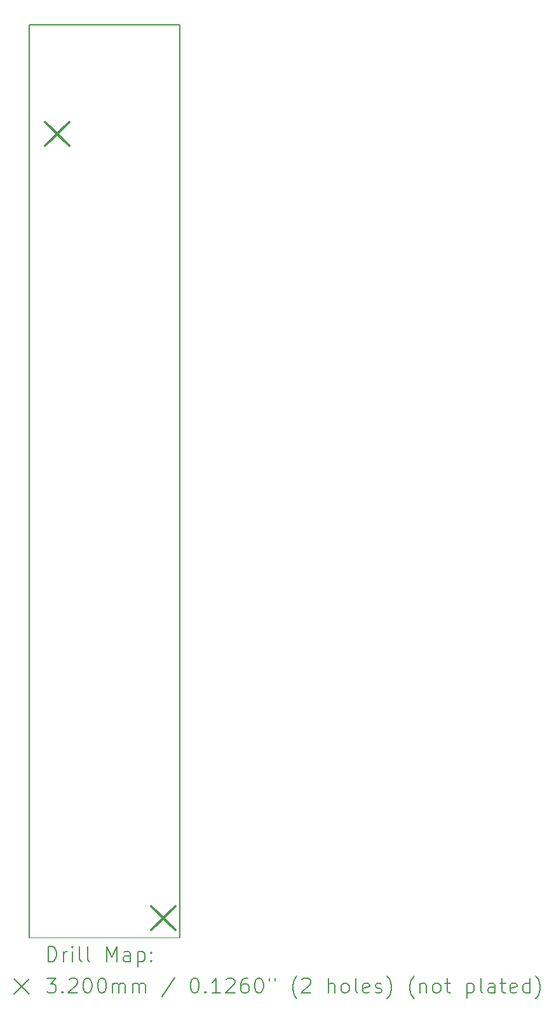
<source format=gbr>
%FSLAX45Y45*%
G04 Gerber Fmt 4.5, Leading zero omitted, Abs format (unit mm)*
G04 Created by KiCad (PCBNEW (6.0.6)) date 2022-09-05 13:44:15*
%MOMM*%
%LPD*%
G01*
G04 APERTURE LIST*
%TA.AperFunction,Profile*%
%ADD10C,0.150000*%
%TD*%
%TA.AperFunction,Profile*%
%ADD11C,0.100000*%
%TD*%
%ADD12C,0.200000*%
%ADD13C,0.320000*%
G04 APERTURE END LIST*
D10*
X14420000Y-3245000D02*
X14420000Y-15400000D01*
X12420000Y-15400000D02*
X12420000Y-3245000D01*
D11*
X12420000Y-15400000D02*
X14420000Y-15400000D01*
D10*
X12420000Y-3245000D02*
X14420000Y-3245000D01*
D12*
D13*
X12630000Y-4540000D02*
X12950000Y-4860000D01*
X12950000Y-4540000D02*
X12630000Y-4860000D01*
X14040000Y-14980000D02*
X14360000Y-15300000D01*
X14360000Y-14980000D02*
X14040000Y-15300000D01*
D12*
X12670119Y-15717976D02*
X12670119Y-15517976D01*
X12717738Y-15517976D01*
X12746309Y-15527500D01*
X12765357Y-15546548D01*
X12774881Y-15565595D01*
X12784405Y-15603690D01*
X12784405Y-15632262D01*
X12774881Y-15670357D01*
X12765357Y-15689405D01*
X12746309Y-15708452D01*
X12717738Y-15717976D01*
X12670119Y-15717976D01*
X12870119Y-15717976D02*
X12870119Y-15584643D01*
X12870119Y-15622738D02*
X12879643Y-15603690D01*
X12889167Y-15594167D01*
X12908214Y-15584643D01*
X12927262Y-15584643D01*
X12993928Y-15717976D02*
X12993928Y-15584643D01*
X12993928Y-15517976D02*
X12984405Y-15527500D01*
X12993928Y-15537024D01*
X13003452Y-15527500D01*
X12993928Y-15517976D01*
X12993928Y-15537024D01*
X13117738Y-15717976D02*
X13098690Y-15708452D01*
X13089167Y-15689405D01*
X13089167Y-15517976D01*
X13222500Y-15717976D02*
X13203452Y-15708452D01*
X13193928Y-15689405D01*
X13193928Y-15517976D01*
X13451071Y-15717976D02*
X13451071Y-15517976D01*
X13517738Y-15660833D01*
X13584405Y-15517976D01*
X13584405Y-15717976D01*
X13765357Y-15717976D02*
X13765357Y-15613214D01*
X13755833Y-15594167D01*
X13736786Y-15584643D01*
X13698690Y-15584643D01*
X13679643Y-15594167D01*
X13765357Y-15708452D02*
X13746309Y-15717976D01*
X13698690Y-15717976D01*
X13679643Y-15708452D01*
X13670119Y-15689405D01*
X13670119Y-15670357D01*
X13679643Y-15651309D01*
X13698690Y-15641786D01*
X13746309Y-15641786D01*
X13765357Y-15632262D01*
X13860595Y-15584643D02*
X13860595Y-15784643D01*
X13860595Y-15594167D02*
X13879643Y-15584643D01*
X13917738Y-15584643D01*
X13936786Y-15594167D01*
X13946309Y-15603690D01*
X13955833Y-15622738D01*
X13955833Y-15679881D01*
X13946309Y-15698928D01*
X13936786Y-15708452D01*
X13917738Y-15717976D01*
X13879643Y-15717976D01*
X13860595Y-15708452D01*
X14041548Y-15698928D02*
X14051071Y-15708452D01*
X14041548Y-15717976D01*
X14032024Y-15708452D01*
X14041548Y-15698928D01*
X14041548Y-15717976D01*
X14041548Y-15594167D02*
X14051071Y-15603690D01*
X14041548Y-15613214D01*
X14032024Y-15603690D01*
X14041548Y-15594167D01*
X14041548Y-15613214D01*
X12212500Y-15947500D02*
X12412500Y-16147500D01*
X12412500Y-15947500D02*
X12212500Y-16147500D01*
X12651071Y-15937976D02*
X12774881Y-15937976D01*
X12708214Y-16014167D01*
X12736786Y-16014167D01*
X12755833Y-16023690D01*
X12765357Y-16033214D01*
X12774881Y-16052262D01*
X12774881Y-16099881D01*
X12765357Y-16118928D01*
X12755833Y-16128452D01*
X12736786Y-16137976D01*
X12679643Y-16137976D01*
X12660595Y-16128452D01*
X12651071Y-16118928D01*
X12860595Y-16118928D02*
X12870119Y-16128452D01*
X12860595Y-16137976D01*
X12851071Y-16128452D01*
X12860595Y-16118928D01*
X12860595Y-16137976D01*
X12946309Y-15957024D02*
X12955833Y-15947500D01*
X12974881Y-15937976D01*
X13022500Y-15937976D01*
X13041548Y-15947500D01*
X13051071Y-15957024D01*
X13060595Y-15976071D01*
X13060595Y-15995119D01*
X13051071Y-16023690D01*
X12936786Y-16137976D01*
X13060595Y-16137976D01*
X13184405Y-15937976D02*
X13203452Y-15937976D01*
X13222500Y-15947500D01*
X13232024Y-15957024D01*
X13241548Y-15976071D01*
X13251071Y-16014167D01*
X13251071Y-16061786D01*
X13241548Y-16099881D01*
X13232024Y-16118928D01*
X13222500Y-16128452D01*
X13203452Y-16137976D01*
X13184405Y-16137976D01*
X13165357Y-16128452D01*
X13155833Y-16118928D01*
X13146309Y-16099881D01*
X13136786Y-16061786D01*
X13136786Y-16014167D01*
X13146309Y-15976071D01*
X13155833Y-15957024D01*
X13165357Y-15947500D01*
X13184405Y-15937976D01*
X13374881Y-15937976D02*
X13393928Y-15937976D01*
X13412976Y-15947500D01*
X13422500Y-15957024D01*
X13432024Y-15976071D01*
X13441548Y-16014167D01*
X13441548Y-16061786D01*
X13432024Y-16099881D01*
X13422500Y-16118928D01*
X13412976Y-16128452D01*
X13393928Y-16137976D01*
X13374881Y-16137976D01*
X13355833Y-16128452D01*
X13346309Y-16118928D01*
X13336786Y-16099881D01*
X13327262Y-16061786D01*
X13327262Y-16014167D01*
X13336786Y-15976071D01*
X13346309Y-15957024D01*
X13355833Y-15947500D01*
X13374881Y-15937976D01*
X13527262Y-16137976D02*
X13527262Y-16004643D01*
X13527262Y-16023690D02*
X13536786Y-16014167D01*
X13555833Y-16004643D01*
X13584405Y-16004643D01*
X13603452Y-16014167D01*
X13612976Y-16033214D01*
X13612976Y-16137976D01*
X13612976Y-16033214D02*
X13622500Y-16014167D01*
X13641548Y-16004643D01*
X13670119Y-16004643D01*
X13689167Y-16014167D01*
X13698690Y-16033214D01*
X13698690Y-16137976D01*
X13793928Y-16137976D02*
X13793928Y-16004643D01*
X13793928Y-16023690D02*
X13803452Y-16014167D01*
X13822500Y-16004643D01*
X13851071Y-16004643D01*
X13870119Y-16014167D01*
X13879643Y-16033214D01*
X13879643Y-16137976D01*
X13879643Y-16033214D02*
X13889167Y-16014167D01*
X13908214Y-16004643D01*
X13936786Y-16004643D01*
X13955833Y-16014167D01*
X13965357Y-16033214D01*
X13965357Y-16137976D01*
X14355833Y-15928452D02*
X14184405Y-16185595D01*
X14612976Y-15937976D02*
X14632024Y-15937976D01*
X14651071Y-15947500D01*
X14660595Y-15957024D01*
X14670119Y-15976071D01*
X14679643Y-16014167D01*
X14679643Y-16061786D01*
X14670119Y-16099881D01*
X14660595Y-16118928D01*
X14651071Y-16128452D01*
X14632024Y-16137976D01*
X14612976Y-16137976D01*
X14593928Y-16128452D01*
X14584405Y-16118928D01*
X14574881Y-16099881D01*
X14565357Y-16061786D01*
X14565357Y-16014167D01*
X14574881Y-15976071D01*
X14584405Y-15957024D01*
X14593928Y-15947500D01*
X14612976Y-15937976D01*
X14765357Y-16118928D02*
X14774881Y-16128452D01*
X14765357Y-16137976D01*
X14755833Y-16128452D01*
X14765357Y-16118928D01*
X14765357Y-16137976D01*
X14965357Y-16137976D02*
X14851071Y-16137976D01*
X14908214Y-16137976D02*
X14908214Y-15937976D01*
X14889167Y-15966548D01*
X14870119Y-15985595D01*
X14851071Y-15995119D01*
X15041548Y-15957024D02*
X15051071Y-15947500D01*
X15070119Y-15937976D01*
X15117738Y-15937976D01*
X15136786Y-15947500D01*
X15146309Y-15957024D01*
X15155833Y-15976071D01*
X15155833Y-15995119D01*
X15146309Y-16023690D01*
X15032024Y-16137976D01*
X15155833Y-16137976D01*
X15327262Y-15937976D02*
X15289167Y-15937976D01*
X15270119Y-15947500D01*
X15260595Y-15957024D01*
X15241548Y-15985595D01*
X15232024Y-16023690D01*
X15232024Y-16099881D01*
X15241548Y-16118928D01*
X15251071Y-16128452D01*
X15270119Y-16137976D01*
X15308214Y-16137976D01*
X15327262Y-16128452D01*
X15336786Y-16118928D01*
X15346309Y-16099881D01*
X15346309Y-16052262D01*
X15336786Y-16033214D01*
X15327262Y-16023690D01*
X15308214Y-16014167D01*
X15270119Y-16014167D01*
X15251071Y-16023690D01*
X15241548Y-16033214D01*
X15232024Y-16052262D01*
X15470119Y-15937976D02*
X15489167Y-15937976D01*
X15508214Y-15947500D01*
X15517738Y-15957024D01*
X15527262Y-15976071D01*
X15536786Y-16014167D01*
X15536786Y-16061786D01*
X15527262Y-16099881D01*
X15517738Y-16118928D01*
X15508214Y-16128452D01*
X15489167Y-16137976D01*
X15470119Y-16137976D01*
X15451071Y-16128452D01*
X15441548Y-16118928D01*
X15432024Y-16099881D01*
X15422500Y-16061786D01*
X15422500Y-16014167D01*
X15432024Y-15976071D01*
X15441548Y-15957024D01*
X15451071Y-15947500D01*
X15470119Y-15937976D01*
X15612976Y-15937976D02*
X15612976Y-15976071D01*
X15689167Y-15937976D02*
X15689167Y-15976071D01*
X15984405Y-16214167D02*
X15974881Y-16204643D01*
X15955833Y-16176071D01*
X15946309Y-16157024D01*
X15936786Y-16128452D01*
X15927262Y-16080833D01*
X15927262Y-16042738D01*
X15936786Y-15995119D01*
X15946309Y-15966548D01*
X15955833Y-15947500D01*
X15974881Y-15918928D01*
X15984405Y-15909405D01*
X16051071Y-15957024D02*
X16060595Y-15947500D01*
X16079643Y-15937976D01*
X16127262Y-15937976D01*
X16146309Y-15947500D01*
X16155833Y-15957024D01*
X16165357Y-15976071D01*
X16165357Y-15995119D01*
X16155833Y-16023690D01*
X16041548Y-16137976D01*
X16165357Y-16137976D01*
X16403452Y-16137976D02*
X16403452Y-15937976D01*
X16489167Y-16137976D02*
X16489167Y-16033214D01*
X16479643Y-16014167D01*
X16460595Y-16004643D01*
X16432024Y-16004643D01*
X16412976Y-16014167D01*
X16403452Y-16023690D01*
X16612976Y-16137976D02*
X16593928Y-16128452D01*
X16584405Y-16118928D01*
X16574881Y-16099881D01*
X16574881Y-16042738D01*
X16584405Y-16023690D01*
X16593928Y-16014167D01*
X16612976Y-16004643D01*
X16641548Y-16004643D01*
X16660595Y-16014167D01*
X16670119Y-16023690D01*
X16679643Y-16042738D01*
X16679643Y-16099881D01*
X16670119Y-16118928D01*
X16660595Y-16128452D01*
X16641548Y-16137976D01*
X16612976Y-16137976D01*
X16793929Y-16137976D02*
X16774881Y-16128452D01*
X16765357Y-16109405D01*
X16765357Y-15937976D01*
X16946310Y-16128452D02*
X16927262Y-16137976D01*
X16889167Y-16137976D01*
X16870119Y-16128452D01*
X16860595Y-16109405D01*
X16860595Y-16033214D01*
X16870119Y-16014167D01*
X16889167Y-16004643D01*
X16927262Y-16004643D01*
X16946310Y-16014167D01*
X16955833Y-16033214D01*
X16955833Y-16052262D01*
X16860595Y-16071309D01*
X17032024Y-16128452D02*
X17051071Y-16137976D01*
X17089167Y-16137976D01*
X17108214Y-16128452D01*
X17117738Y-16109405D01*
X17117738Y-16099881D01*
X17108214Y-16080833D01*
X17089167Y-16071309D01*
X17060595Y-16071309D01*
X17041548Y-16061786D01*
X17032024Y-16042738D01*
X17032024Y-16033214D01*
X17041548Y-16014167D01*
X17060595Y-16004643D01*
X17089167Y-16004643D01*
X17108214Y-16014167D01*
X17184405Y-16214167D02*
X17193929Y-16204643D01*
X17212976Y-16176071D01*
X17222500Y-16157024D01*
X17232024Y-16128452D01*
X17241548Y-16080833D01*
X17241548Y-16042738D01*
X17232024Y-15995119D01*
X17222500Y-15966548D01*
X17212976Y-15947500D01*
X17193929Y-15918928D01*
X17184405Y-15909405D01*
X17546310Y-16214167D02*
X17536786Y-16204643D01*
X17517738Y-16176071D01*
X17508214Y-16157024D01*
X17498690Y-16128452D01*
X17489167Y-16080833D01*
X17489167Y-16042738D01*
X17498690Y-15995119D01*
X17508214Y-15966548D01*
X17517738Y-15947500D01*
X17536786Y-15918928D01*
X17546310Y-15909405D01*
X17622500Y-16004643D02*
X17622500Y-16137976D01*
X17622500Y-16023690D02*
X17632024Y-16014167D01*
X17651071Y-16004643D01*
X17679643Y-16004643D01*
X17698690Y-16014167D01*
X17708214Y-16033214D01*
X17708214Y-16137976D01*
X17832024Y-16137976D02*
X17812976Y-16128452D01*
X17803452Y-16118928D01*
X17793929Y-16099881D01*
X17793929Y-16042738D01*
X17803452Y-16023690D01*
X17812976Y-16014167D01*
X17832024Y-16004643D01*
X17860595Y-16004643D01*
X17879643Y-16014167D01*
X17889167Y-16023690D01*
X17898690Y-16042738D01*
X17898690Y-16099881D01*
X17889167Y-16118928D01*
X17879643Y-16128452D01*
X17860595Y-16137976D01*
X17832024Y-16137976D01*
X17955833Y-16004643D02*
X18032024Y-16004643D01*
X17984405Y-15937976D02*
X17984405Y-16109405D01*
X17993929Y-16128452D01*
X18012976Y-16137976D01*
X18032024Y-16137976D01*
X18251071Y-16004643D02*
X18251071Y-16204643D01*
X18251071Y-16014167D02*
X18270119Y-16004643D01*
X18308214Y-16004643D01*
X18327262Y-16014167D01*
X18336786Y-16023690D01*
X18346310Y-16042738D01*
X18346310Y-16099881D01*
X18336786Y-16118928D01*
X18327262Y-16128452D01*
X18308214Y-16137976D01*
X18270119Y-16137976D01*
X18251071Y-16128452D01*
X18460595Y-16137976D02*
X18441548Y-16128452D01*
X18432024Y-16109405D01*
X18432024Y-15937976D01*
X18622500Y-16137976D02*
X18622500Y-16033214D01*
X18612976Y-16014167D01*
X18593929Y-16004643D01*
X18555833Y-16004643D01*
X18536786Y-16014167D01*
X18622500Y-16128452D02*
X18603452Y-16137976D01*
X18555833Y-16137976D01*
X18536786Y-16128452D01*
X18527262Y-16109405D01*
X18527262Y-16090357D01*
X18536786Y-16071309D01*
X18555833Y-16061786D01*
X18603452Y-16061786D01*
X18622500Y-16052262D01*
X18689167Y-16004643D02*
X18765357Y-16004643D01*
X18717738Y-15937976D02*
X18717738Y-16109405D01*
X18727262Y-16128452D01*
X18746310Y-16137976D01*
X18765357Y-16137976D01*
X18908214Y-16128452D02*
X18889167Y-16137976D01*
X18851071Y-16137976D01*
X18832024Y-16128452D01*
X18822500Y-16109405D01*
X18822500Y-16033214D01*
X18832024Y-16014167D01*
X18851071Y-16004643D01*
X18889167Y-16004643D01*
X18908214Y-16014167D01*
X18917738Y-16033214D01*
X18917738Y-16052262D01*
X18822500Y-16071309D01*
X19089167Y-16137976D02*
X19089167Y-15937976D01*
X19089167Y-16128452D02*
X19070119Y-16137976D01*
X19032024Y-16137976D01*
X19012976Y-16128452D01*
X19003452Y-16118928D01*
X18993929Y-16099881D01*
X18993929Y-16042738D01*
X19003452Y-16023690D01*
X19012976Y-16014167D01*
X19032024Y-16004643D01*
X19070119Y-16004643D01*
X19089167Y-16014167D01*
X19165357Y-16214167D02*
X19174881Y-16204643D01*
X19193929Y-16176071D01*
X19203452Y-16157024D01*
X19212976Y-16128452D01*
X19222500Y-16080833D01*
X19222500Y-16042738D01*
X19212976Y-15995119D01*
X19203452Y-15966548D01*
X19193929Y-15947500D01*
X19174881Y-15918928D01*
X19165357Y-15909405D01*
M02*

</source>
